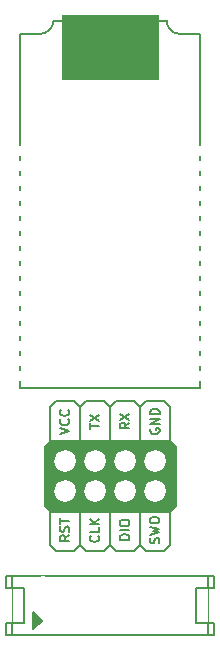
<source format=gto>
G04 #@! TF.GenerationSoftware,KiCad,Pcbnew,(5.1.9)-1*
G04 #@! TF.CreationDate,2023-01-31T22:09:02+01:00*
G04 #@! TF.ProjectId,Stlink,53746c69-6e6b-42e6-9b69-6361645f7063,rev?*
G04 #@! TF.SameCoordinates,PXd59f80PY14fb180*
G04 #@! TF.FileFunction,Legend,Top*
G04 #@! TF.FilePolarity,Positive*
%FSLAX46Y46*%
G04 Gerber Fmt 4.6, Leading zero omitted, Abs format (unit mm)*
G04 Created by KiCad (PCBNEW (5.1.9)-1) date 2023-01-31 22:09:02*
%MOMM*%
%LPD*%
G01*
G04 APERTURE LIST*
%ADD10C,0.050000*%
%ADD11C,0.200000*%
%ADD12C,0.100000*%
%ADD13C,0.500000*%
%ADD14C,0.025400*%
%ADD15C,0.150000*%
%ADD16C,0.260000*%
%ADD17C,0.160000*%
%ADD18C,2.100000*%
%ADD19C,2.000000*%
%ADD20C,2.500000*%
%ADD21R,2.200000X0.900000*%
%ADD22C,1.600000*%
G04 APERTURE END LIST*
D10*
G36*
X9654000Y-29530000D02*
G01*
X9908000Y-30292000D01*
X10670000Y-30546000D01*
X11432000Y-30292000D01*
X11686000Y-29530000D01*
X11940000Y-29530000D01*
X11940000Y-30800000D01*
X9400000Y-30800000D01*
X9400000Y-29530000D01*
X9654000Y-29530000D01*
G37*
X9654000Y-29530000D02*
X9908000Y-30292000D01*
X10670000Y-30546000D01*
X11432000Y-30292000D01*
X11686000Y-29530000D01*
X11940000Y-29530000D01*
X11940000Y-30800000D01*
X9400000Y-30800000D01*
X9400000Y-29530000D01*
X9654000Y-29530000D01*
G36*
X12194000Y-29530000D02*
G01*
X12448000Y-30292000D01*
X13210000Y-30546000D01*
X13972000Y-30292000D01*
X14226000Y-29530000D01*
X14480000Y-29530000D01*
X14480000Y-30546000D01*
X14226000Y-30800000D01*
X11940000Y-30800000D01*
X11940000Y-29530000D01*
X12194000Y-29530000D01*
G37*
X12194000Y-29530000D02*
X12448000Y-30292000D01*
X13210000Y-30546000D01*
X13972000Y-30292000D01*
X14226000Y-29530000D01*
X14480000Y-29530000D01*
X14480000Y-30546000D01*
X14226000Y-30800000D01*
X11940000Y-30800000D01*
X11940000Y-29530000D01*
X12194000Y-29530000D01*
G36*
X4574000Y-29530000D02*
G01*
X4828000Y-30292000D01*
X5590000Y-30546000D01*
X6352000Y-30292000D01*
X6606000Y-29530000D01*
X6860000Y-29530000D01*
X6860000Y-30800000D01*
X4574000Y-30800000D01*
X4320000Y-30546000D01*
X4320000Y-29530000D01*
X4574000Y-29530000D01*
G37*
X4574000Y-29530000D02*
X4828000Y-30292000D01*
X5590000Y-30546000D01*
X6352000Y-30292000D01*
X6606000Y-29530000D01*
X6860000Y-29530000D01*
X6860000Y-30800000D01*
X4574000Y-30800000D01*
X4320000Y-30546000D01*
X4320000Y-29530000D01*
X4574000Y-29530000D01*
G36*
X7114000Y-29530000D02*
G01*
X7368000Y-30292000D01*
X8130000Y-30546000D01*
X8892000Y-30292000D01*
X9146000Y-29530000D01*
X9400000Y-29530000D01*
X9400000Y-30800000D01*
X6860000Y-30800000D01*
X6860000Y-29530000D01*
X7114000Y-29530000D01*
G37*
X7114000Y-29530000D02*
X7368000Y-30292000D01*
X8130000Y-30546000D01*
X8892000Y-30292000D01*
X9146000Y-29530000D01*
X9400000Y-29530000D01*
X9400000Y-30800000D01*
X6860000Y-30800000D01*
X6860000Y-29530000D01*
X7114000Y-29530000D01*
G36*
X9146000Y-29530000D02*
G01*
X8892000Y-28768000D01*
X8130000Y-28514000D01*
X7368000Y-28768000D01*
X7114000Y-29530000D01*
X6860000Y-29530000D01*
X6860000Y-28514000D01*
X7114000Y-28260000D01*
X9146000Y-28260000D01*
X9400000Y-28514000D01*
X9400000Y-29530000D01*
X9146000Y-29530000D01*
G37*
X9146000Y-29530000D02*
X8892000Y-28768000D01*
X8130000Y-28514000D01*
X7368000Y-28768000D01*
X7114000Y-29530000D01*
X6860000Y-29530000D01*
X6860000Y-28514000D01*
X7114000Y-28260000D01*
X9146000Y-28260000D01*
X9400000Y-28514000D01*
X9400000Y-29530000D01*
X9146000Y-29530000D01*
G36*
X6606000Y-29530000D02*
G01*
X6352000Y-28768000D01*
X5590000Y-28514000D01*
X4828000Y-28768000D01*
X4574000Y-29530000D01*
X4320000Y-29530000D01*
X4320000Y-28514000D01*
X4574000Y-28260000D01*
X6606000Y-28260000D01*
X6860000Y-28514000D01*
X6860000Y-29530000D01*
X6606000Y-29530000D01*
G37*
X6606000Y-29530000D02*
X6352000Y-28768000D01*
X5590000Y-28514000D01*
X4828000Y-28768000D01*
X4574000Y-29530000D01*
X4320000Y-29530000D01*
X4320000Y-28514000D01*
X4574000Y-28260000D01*
X6606000Y-28260000D01*
X6860000Y-28514000D01*
X6860000Y-29530000D01*
X6606000Y-29530000D01*
G36*
X14226000Y-29530000D02*
G01*
X13972000Y-28768000D01*
X13210000Y-28514000D01*
X12448000Y-28768000D01*
X12194000Y-29530000D01*
X11940000Y-29530000D01*
X11940000Y-28514000D01*
X12194000Y-28260000D01*
X14226000Y-28260000D01*
X14480000Y-28514000D01*
X14480000Y-29530000D01*
X14226000Y-29530000D01*
G37*
X14226000Y-29530000D02*
X13972000Y-28768000D01*
X13210000Y-28514000D01*
X12448000Y-28768000D01*
X12194000Y-29530000D01*
X11940000Y-29530000D01*
X11940000Y-28514000D01*
X12194000Y-28260000D01*
X14226000Y-28260000D01*
X14480000Y-28514000D01*
X14480000Y-29530000D01*
X14226000Y-29530000D01*
G36*
X11686000Y-29530000D02*
G01*
X11432000Y-28768000D01*
X10670000Y-28514000D01*
X9908000Y-28768000D01*
X9654000Y-29530000D01*
X9400000Y-29530000D01*
X9400000Y-28514000D01*
X9654000Y-28260000D01*
X11686000Y-28260000D01*
X11940000Y-28514000D01*
X11940000Y-29530000D01*
X11686000Y-29530000D01*
G37*
X11686000Y-29530000D02*
X11432000Y-28768000D01*
X10670000Y-28514000D01*
X9908000Y-28768000D01*
X9654000Y-29530000D01*
X9400000Y-29530000D01*
X9400000Y-28514000D01*
X9654000Y-28260000D01*
X11686000Y-28260000D01*
X11940000Y-28514000D01*
X11940000Y-29530000D01*
X11686000Y-29530000D01*
G36*
X9146000Y-32070000D02*
G01*
X8892000Y-31308000D01*
X8130000Y-31054000D01*
X7368000Y-31308000D01*
X7114000Y-32070000D01*
X6860000Y-32070000D01*
X6860000Y-30800000D01*
X9400000Y-30800000D01*
X9400000Y-32070000D01*
X9146000Y-32070000D01*
G37*
X9146000Y-32070000D02*
X8892000Y-31308000D01*
X8130000Y-31054000D01*
X7368000Y-31308000D01*
X7114000Y-32070000D01*
X6860000Y-32070000D01*
X6860000Y-30800000D01*
X9400000Y-30800000D01*
X9400000Y-32070000D01*
X9146000Y-32070000D01*
G36*
X6606000Y-32070000D02*
G01*
X6352000Y-31308000D01*
X5590000Y-31054000D01*
X4828000Y-31308000D01*
X4574000Y-32070000D01*
X4320000Y-32070000D01*
X4320000Y-31054000D01*
X4574000Y-30800000D01*
X6860000Y-30800000D01*
X6860000Y-32070000D01*
X6606000Y-32070000D01*
G37*
X6606000Y-32070000D02*
X6352000Y-31308000D01*
X5590000Y-31054000D01*
X4828000Y-31308000D01*
X4574000Y-32070000D01*
X4320000Y-32070000D01*
X4320000Y-31054000D01*
X4574000Y-30800000D01*
X6860000Y-30800000D01*
X6860000Y-32070000D01*
X6606000Y-32070000D01*
G36*
X14226000Y-32070000D02*
G01*
X13972000Y-31308000D01*
X13210000Y-31054000D01*
X12448000Y-31308000D01*
X12194000Y-32070000D01*
X11940000Y-32070000D01*
X11940000Y-30800000D01*
X14226000Y-30800000D01*
X14480000Y-31054000D01*
X14480000Y-32070000D01*
X14226000Y-32070000D01*
G37*
X14226000Y-32070000D02*
X13972000Y-31308000D01*
X13210000Y-31054000D01*
X12448000Y-31308000D01*
X12194000Y-32070000D01*
X11940000Y-32070000D01*
X11940000Y-30800000D01*
X14226000Y-30800000D01*
X14480000Y-31054000D01*
X14480000Y-32070000D01*
X14226000Y-32070000D01*
G36*
X11686000Y-32070000D02*
G01*
X11432000Y-31308000D01*
X10670000Y-31054000D01*
X9908000Y-31308000D01*
X9654000Y-32070000D01*
X9400000Y-32070000D01*
X9400000Y-30800000D01*
X11940000Y-30800000D01*
X11940000Y-32070000D01*
X11686000Y-32070000D01*
G37*
X11686000Y-32070000D02*
X11432000Y-31308000D01*
X10670000Y-31054000D01*
X9908000Y-31308000D01*
X9654000Y-32070000D01*
X9400000Y-32070000D01*
X9400000Y-30800000D01*
X11940000Y-30800000D01*
X11940000Y-32070000D01*
X11686000Y-32070000D01*
G36*
X12194000Y-32070000D02*
G01*
X12448000Y-32832000D01*
X13210000Y-33086000D01*
X13972000Y-32832000D01*
X14226000Y-32070000D01*
X14480000Y-32070000D01*
X14480000Y-33086000D01*
X14226000Y-33340000D01*
X12194000Y-33340000D01*
X11940000Y-33086000D01*
X11940000Y-32070000D01*
X12194000Y-32070000D01*
G37*
X12194000Y-32070000D02*
X12448000Y-32832000D01*
X13210000Y-33086000D01*
X13972000Y-32832000D01*
X14226000Y-32070000D01*
X14480000Y-32070000D01*
X14480000Y-33086000D01*
X14226000Y-33340000D01*
X12194000Y-33340000D01*
X11940000Y-33086000D01*
X11940000Y-32070000D01*
X12194000Y-32070000D01*
G36*
X9654000Y-32070000D02*
G01*
X9908000Y-32832000D01*
X10670000Y-33086000D01*
X11432000Y-32832000D01*
X11686000Y-32070000D01*
X11940000Y-32070000D01*
X11940000Y-33086000D01*
X11686000Y-33340000D01*
X9654000Y-33340000D01*
X9400000Y-33086000D01*
X9400000Y-32070000D01*
X9654000Y-32070000D01*
G37*
X9654000Y-32070000D02*
X9908000Y-32832000D01*
X10670000Y-33086000D01*
X11432000Y-32832000D01*
X11686000Y-32070000D01*
X11940000Y-32070000D01*
X11940000Y-33086000D01*
X11686000Y-33340000D01*
X9654000Y-33340000D01*
X9400000Y-33086000D01*
X9400000Y-32070000D01*
X9654000Y-32070000D01*
G36*
X7114000Y-32070000D02*
G01*
X7368000Y-32832000D01*
X8130000Y-33086000D01*
X8892000Y-32832000D01*
X9146000Y-32070000D01*
X9400000Y-32070000D01*
X9400000Y-33086000D01*
X9146000Y-33340000D01*
X7114000Y-33340000D01*
X6860000Y-33086000D01*
X6860000Y-32070000D01*
X7114000Y-32070000D01*
G37*
X7114000Y-32070000D02*
X7368000Y-32832000D01*
X8130000Y-33086000D01*
X8892000Y-32832000D01*
X9146000Y-32070000D01*
X9400000Y-32070000D01*
X9400000Y-33086000D01*
X9146000Y-33340000D01*
X7114000Y-33340000D01*
X6860000Y-33086000D01*
X6860000Y-32070000D01*
X7114000Y-32070000D01*
G36*
X4574000Y-32070000D02*
G01*
X4828000Y-32832000D01*
X5590000Y-33086000D01*
X6352000Y-32832000D01*
X6606000Y-32070000D01*
X6860000Y-32070000D01*
X6860000Y-33086000D01*
X6606000Y-33340000D01*
X4574000Y-33340000D01*
X4320000Y-33086000D01*
X4320000Y-32070000D01*
X4574000Y-32070000D01*
G37*
X4574000Y-32070000D02*
X4828000Y-32832000D01*
X5590000Y-33086000D01*
X6352000Y-32832000D01*
X6606000Y-32070000D01*
X6860000Y-32070000D01*
X6860000Y-33086000D01*
X6606000Y-33340000D01*
X4574000Y-33340000D01*
X4320000Y-33086000D01*
X4320000Y-32070000D01*
X4574000Y-32070000D01*
D11*
X6606000Y-32070000D02*
G75*
G03*
X6606000Y-32070000I-1016000J0D01*
G01*
X6606000Y-29530000D02*
G75*
G03*
X6606000Y-29530000I-1016000J0D01*
G01*
X9146000Y-32070000D02*
G75*
G03*
X9146000Y-32070000I-1016000J0D01*
G01*
X9146000Y-29530000D02*
G75*
G03*
X9146000Y-29530000I-1016000J0D01*
G01*
X11686000Y-32070000D02*
G75*
G03*
X11686000Y-32070000I-1016000J0D01*
G01*
X11686000Y-29530000D02*
G75*
G03*
X11686000Y-29530000I-1016000J0D01*
G01*
X14226000Y-32070000D02*
G75*
G03*
X14226000Y-32070000I-1016000J0D01*
G01*
X14226000Y-29530000D02*
G75*
G03*
X14226000Y-29530000I-1016000J0D01*
G01*
D12*
G36*
X4574000Y-30800000D02*
G01*
X4574000Y-33086000D01*
X14226000Y-33086000D01*
X14226000Y-30800000D01*
X14988000Y-30800000D01*
X14988000Y-33340000D01*
X14480000Y-33848000D01*
X4320000Y-33848000D01*
X3812000Y-33340000D01*
X3812000Y-30800000D01*
X4574000Y-30800000D01*
G37*
X4574000Y-30800000D02*
X4574000Y-33086000D01*
X14226000Y-33086000D01*
X14226000Y-30800000D01*
X14988000Y-30800000D01*
X14988000Y-33340000D01*
X14480000Y-33848000D01*
X4320000Y-33848000D01*
X3812000Y-33340000D01*
X3812000Y-30800000D01*
X4574000Y-30800000D01*
G36*
X14226000Y-30800000D02*
G01*
X14226000Y-28514000D01*
X4574000Y-28514000D01*
X4574000Y-30800000D01*
X3812000Y-30800000D01*
X3812000Y-28260000D01*
X4320000Y-27752000D01*
X14480000Y-27752000D01*
X14988000Y-28260000D01*
X14988000Y-30800000D01*
X14226000Y-30800000D01*
G37*
X14226000Y-30800000D02*
X14226000Y-28514000D01*
X4574000Y-28514000D01*
X4574000Y-30800000D01*
X3812000Y-30800000D01*
X3812000Y-28260000D01*
X4320000Y-27752000D01*
X14480000Y-27752000D01*
X14988000Y-28260000D01*
X14988000Y-30800000D01*
X14226000Y-30800000D01*
D11*
X14490000Y-36645000D02*
X14490000Y-33216000D01*
X14490000Y-36645000D02*
X13982000Y-37153000D01*
X11950000Y-36645000D02*
X11950000Y-33216000D01*
X11950000Y-36645000D02*
X12458000Y-37153000D01*
G36*
X11950000Y-33216000D02*
G01*
X12204000Y-33470000D01*
X14236000Y-33470000D01*
X14490000Y-33216000D01*
X14490000Y-33724000D01*
X11950000Y-33724000D01*
X11950000Y-33216000D01*
G37*
X11950000Y-33216000D02*
X12204000Y-33470000D01*
X14236000Y-33470000D01*
X14490000Y-33216000D01*
X14490000Y-33724000D01*
X11950000Y-33724000D01*
X11950000Y-33216000D01*
X13982000Y-37153000D02*
X12458000Y-37153000D01*
X11950000Y-36645000D02*
X11950000Y-33216000D01*
X11950000Y-36645000D02*
X11442000Y-37153000D01*
X9410000Y-36645000D02*
X9410000Y-33216000D01*
X9410000Y-36645000D02*
X9918000Y-37153000D01*
G36*
X9410000Y-33216000D02*
G01*
X9664000Y-33470000D01*
X11696000Y-33470000D01*
X11950000Y-33216000D01*
X11950000Y-33724000D01*
X9410000Y-33724000D01*
X9410000Y-33216000D01*
G37*
X9410000Y-33216000D02*
X9664000Y-33470000D01*
X11696000Y-33470000D01*
X11950000Y-33216000D01*
X11950000Y-33724000D01*
X9410000Y-33724000D01*
X9410000Y-33216000D01*
X11442000Y-37153000D02*
X9918000Y-37153000D01*
X9400000Y-36645000D02*
X9400000Y-33216000D01*
X9400000Y-36645000D02*
X8892000Y-37153000D01*
X6860000Y-36645000D02*
X6860000Y-33216000D01*
X6860000Y-36645000D02*
X7368000Y-37153000D01*
G36*
X6860000Y-33216000D02*
G01*
X7114000Y-33470000D01*
X9146000Y-33470000D01*
X9400000Y-33216000D01*
X9400000Y-33724000D01*
X6860000Y-33724000D01*
X6860000Y-33216000D01*
G37*
X6860000Y-33216000D02*
X7114000Y-33470000D01*
X9146000Y-33470000D01*
X9400000Y-33216000D01*
X9400000Y-33724000D01*
X6860000Y-33724000D01*
X6860000Y-33216000D01*
X8892000Y-37153000D02*
X7368000Y-37153000D01*
X6870000Y-36645000D02*
X6870000Y-33216000D01*
X6870000Y-36645000D02*
X6362000Y-37153000D01*
X4330000Y-36645000D02*
X4330000Y-33216000D01*
X4330000Y-36645000D02*
X4838000Y-37153000D01*
G36*
X4330000Y-33216000D02*
G01*
X4584000Y-33470000D01*
X6616000Y-33470000D01*
X6870000Y-33216000D01*
X6870000Y-33724000D01*
X4330000Y-33724000D01*
X4330000Y-33216000D01*
G37*
X4330000Y-33216000D02*
X4584000Y-33470000D01*
X6616000Y-33470000D01*
X6870000Y-33216000D01*
X6870000Y-33724000D01*
X4330000Y-33724000D01*
X4330000Y-33216000D01*
X6362000Y-37153000D02*
X4838000Y-37153000D01*
X11970000Y-24955000D02*
X11970000Y-28384000D01*
X11970000Y-24955000D02*
X12478000Y-24447000D01*
X14510000Y-24955000D02*
X14510000Y-28384000D01*
X14510000Y-24955000D02*
X14002000Y-24447000D01*
G36*
X14510000Y-28384000D02*
G01*
X14256000Y-28130000D01*
X12224000Y-28130000D01*
X11970000Y-28384000D01*
X11970000Y-27876000D01*
X14510000Y-27876000D01*
X14510000Y-28384000D01*
G37*
X14510000Y-28384000D02*
X14256000Y-28130000D01*
X12224000Y-28130000D01*
X11970000Y-28384000D01*
X11970000Y-27876000D01*
X14510000Y-27876000D01*
X14510000Y-28384000D01*
X12478000Y-24447000D02*
X14002000Y-24447000D01*
X9420000Y-24945000D02*
X9420000Y-28374000D01*
X9420000Y-24945000D02*
X9928000Y-24437000D01*
X11960000Y-24945000D02*
X11960000Y-28374000D01*
X11960000Y-24945000D02*
X11452000Y-24437000D01*
G36*
X11960000Y-28374000D02*
G01*
X11706000Y-28120000D01*
X9674000Y-28120000D01*
X9420000Y-28374000D01*
X9420000Y-27866000D01*
X11960000Y-27866000D01*
X11960000Y-28374000D01*
G37*
X11960000Y-28374000D02*
X11706000Y-28120000D01*
X9674000Y-28120000D01*
X9420000Y-28374000D01*
X9420000Y-27866000D01*
X11960000Y-27866000D01*
X11960000Y-28374000D01*
X9928000Y-24437000D02*
X11452000Y-24437000D01*
X6860000Y-24945000D02*
X6860000Y-28374000D01*
X6860000Y-24945000D02*
X7368000Y-24437000D01*
X9400000Y-24945000D02*
X9400000Y-28374000D01*
X9400000Y-24945000D02*
X8892000Y-24437000D01*
G36*
X9400000Y-28374000D02*
G01*
X9146000Y-28120000D01*
X7114000Y-28120000D01*
X6860000Y-28374000D01*
X6860000Y-27866000D01*
X9400000Y-27866000D01*
X9400000Y-28374000D01*
G37*
X9400000Y-28374000D02*
X9146000Y-28120000D01*
X7114000Y-28120000D01*
X6860000Y-28374000D01*
X6860000Y-27866000D01*
X9400000Y-27866000D01*
X9400000Y-28374000D01*
X7368000Y-24437000D02*
X8892000Y-24437000D01*
X4330000Y-24945000D02*
X4330000Y-28374000D01*
X4330000Y-24945000D02*
X4838000Y-24437000D01*
X6870000Y-24945000D02*
X6870000Y-28374000D01*
X6870000Y-24945000D02*
X6362000Y-24437000D01*
G36*
X6870000Y-28374000D02*
G01*
X6616000Y-28120000D01*
X4584000Y-28120000D01*
X4330000Y-28374000D01*
X4330000Y-27866000D01*
X6870000Y-27866000D01*
X6870000Y-28374000D01*
G37*
X6870000Y-28374000D02*
X6616000Y-28120000D01*
X4584000Y-28120000D01*
X4330000Y-28374000D01*
X4330000Y-27866000D01*
X6870000Y-27866000D01*
X6870000Y-28374000D01*
X4838000Y-24437000D02*
X6362000Y-24437000D01*
X18170000Y-39300000D02*
X18170000Y-40300000D01*
X18170000Y-43300000D02*
X18170000Y-44300000D01*
X18170000Y-43300000D02*
X17670000Y-43300000D01*
X17670000Y-40300000D02*
X17670000Y-39300000D01*
X18170000Y-40300000D02*
X17670000Y-40300000D01*
D12*
X17670000Y-43300000D02*
X17670000Y-40300000D01*
D11*
X17670000Y-43300000D02*
X17670000Y-44300000D01*
X16670000Y-40300000D02*
X17670000Y-40300000D01*
X17670000Y-43300000D02*
X16670000Y-43300000D01*
X16670000Y-43300000D02*
X16670000Y-40300000D01*
X634000Y-44300000D02*
X634000Y-43300000D01*
X634000Y-43300000D02*
X1134000Y-43300000D01*
X634000Y-40300000D02*
X1134000Y-40300000D01*
X634000Y-39300000D02*
X634000Y-40300000D01*
X2134000Y-43300000D02*
X1134000Y-43300000D01*
X2134000Y-40300000D02*
X2134000Y-43300000D01*
X1134000Y-40300000D02*
X2134000Y-40300000D01*
X1134000Y-44300000D02*
X1134000Y-43300000D01*
X1134000Y-40300000D02*
X1134000Y-39300000D01*
D12*
X1134000Y-43300000D02*
X1134000Y-40300000D01*
D11*
X2880000Y-42300000D02*
X3630000Y-43050000D01*
X2880000Y-43800000D02*
X2880000Y-42300000D01*
X3630000Y-43050000D02*
X2880000Y-43800000D01*
D13*
X3130000Y-42800000D02*
X3130000Y-43300000D01*
X3380000Y-43050000D02*
X3130000Y-43050000D01*
D11*
X2880000Y-43800000D02*
X3130000Y-43300000D01*
X2880000Y-42300000D02*
X3130000Y-42800000D01*
X18170000Y-44300000D02*
X634000Y-44300000D01*
X634000Y-39300000D02*
X18170000Y-39300000D01*
X1780000Y-23341000D02*
X17020000Y-23341000D01*
X1780000Y-23341000D02*
X1780000Y6631000D01*
X1780000Y6631000D02*
X3507200Y6631000D01*
X15292800Y6631000D02*
X17020000Y6631000D01*
X4599400Y7723200D02*
X14200600Y7723200D01*
X17020000Y-23341000D02*
X17020000Y6631000D01*
D14*
G36*
X5299680Y2780870D02*
G01*
X5299680Y8180910D01*
X13499810Y8180910D01*
X13499810Y2780870D01*
X5299680Y2780870D01*
G37*
X5299680Y2780870D02*
X5299680Y8180910D01*
X13499810Y8180910D01*
X13499810Y2780870D01*
X5299680Y2780870D01*
D11*
X15292800Y6631000D02*
G75*
G02*
X14200600Y7723200I0J1092200D01*
G01*
X4599400Y7723200D02*
G75*
G02*
X3507200Y6631000I-1092200J0D01*
G01*
D15*
X4320000Y-30546000D02*
X4320000Y-28514000D01*
X9146000Y-30800000D02*
X9400000Y-30546000D01*
X9400000Y-30546000D02*
X9400000Y-28514000D01*
X11686000Y-28260000D02*
X9654000Y-28260000D01*
X11940000Y-30546000D02*
X12194000Y-30800000D01*
X14734000Y-30546000D02*
X14734000Y-28514000D01*
X4066000Y-28514000D02*
X4320000Y-28514000D01*
X9400000Y-30546000D02*
X9654000Y-30800000D01*
X6606000Y-28260000D02*
X6860000Y-28514000D01*
X4320000Y-30546000D02*
X4066000Y-30546000D01*
X6860000Y-30546000D02*
X7114000Y-30800000D01*
X4066000Y-30546000D02*
X4066000Y-28514000D01*
X6860000Y-28514000D02*
X6860000Y-30546000D01*
X14226000Y-28260000D02*
X12194000Y-28260000D01*
X4574000Y-28260000D02*
X6606000Y-28260000D01*
X9654000Y-28260000D02*
X9400000Y-28514000D01*
X9400000Y-28514000D02*
X9146000Y-28260000D01*
X14480000Y-30546000D02*
X14734000Y-30546000D01*
X9146000Y-28260000D02*
X7114000Y-28260000D01*
X11940000Y-28514000D02*
X11940000Y-30546000D01*
X4574000Y-30800000D02*
X4320000Y-30546000D01*
X7114000Y-28260000D02*
X6860000Y-28514000D01*
X11940000Y-28514000D02*
X11686000Y-28260000D01*
X14226000Y-30800000D02*
X14480000Y-30546000D01*
X6606000Y-30800000D02*
X6860000Y-30546000D01*
X14480000Y-28514000D02*
X14226000Y-28260000D01*
X4320000Y-28514000D02*
X4574000Y-28260000D01*
X11686000Y-30800000D02*
X11940000Y-30546000D01*
X12194000Y-28260000D02*
X11940000Y-28514000D01*
X14734000Y-28514000D02*
X14480000Y-28514000D01*
D16*
X4891500Y-32895500D02*
G75*
G03*
X4891500Y-32895500I-127000J0D01*
G01*
D15*
X14734000Y-31054000D02*
X14480000Y-31054000D01*
X14734000Y-33086000D02*
X14734000Y-31054000D01*
X14480000Y-33086000D02*
X14734000Y-33086000D01*
X4574000Y-33340000D02*
X4320000Y-33086000D01*
X6606000Y-33340000D02*
X6860000Y-33086000D01*
X4574000Y-33340000D02*
X6606000Y-33340000D01*
X4320000Y-33086000D02*
X4320000Y-31054000D01*
X4574000Y-30800000D02*
X6606000Y-30800000D01*
X4320000Y-31054000D02*
X4574000Y-30800000D01*
X6860000Y-31054000D02*
X6860000Y-33086000D01*
X6606000Y-30800000D02*
X6860000Y-31054000D01*
X7114000Y-30800000D02*
X6860000Y-31054000D01*
X9146000Y-30800000D02*
X7114000Y-30800000D01*
X7114000Y-33340000D02*
X9146000Y-33340000D01*
X6860000Y-33086000D02*
X7114000Y-33340000D01*
X4066000Y-31054000D02*
X4320000Y-31054000D01*
X4066000Y-33086000D02*
X4066000Y-31054000D01*
X4320000Y-33086000D02*
X4066000Y-33086000D01*
X9146000Y-33340000D02*
X9400000Y-33086000D01*
X9400000Y-31054000D02*
X9146000Y-30800000D01*
X9400000Y-33086000D02*
X9400000Y-31054000D01*
X11940000Y-31054000D02*
X11940000Y-33086000D01*
X9654000Y-30800000D02*
X9400000Y-31054000D01*
X11686000Y-30800000D02*
X9654000Y-30800000D01*
X11940000Y-31054000D02*
X11686000Y-30800000D01*
X11686000Y-33340000D02*
X11940000Y-33086000D01*
X9654000Y-33340000D02*
X11686000Y-33340000D01*
X9400000Y-33086000D02*
X9654000Y-33340000D01*
X12194000Y-30800000D02*
X11940000Y-31054000D01*
X14226000Y-30800000D02*
X12194000Y-30800000D01*
X14480000Y-31054000D02*
X14226000Y-30800000D01*
X14226000Y-33340000D02*
X14480000Y-33086000D01*
X12194000Y-33340000D02*
X14226000Y-33340000D01*
X11940000Y-33086000D02*
X12194000Y-33340000D01*
D17*
X13543809Y-36505161D02*
X13581904Y-36390876D01*
X13581904Y-36200400D01*
X13543809Y-36124209D01*
X13505714Y-36086114D01*
X13429523Y-36048019D01*
X13353333Y-36048019D01*
X13277142Y-36086114D01*
X13239047Y-36124209D01*
X13200952Y-36200400D01*
X13162857Y-36352780D01*
X13124761Y-36428971D01*
X13086666Y-36467066D01*
X13010476Y-36505161D01*
X12934285Y-36505161D01*
X12858095Y-36467066D01*
X12820000Y-36428971D01*
X12781904Y-36352780D01*
X12781904Y-36162304D01*
X12820000Y-36048019D01*
X12781904Y-35781352D02*
X13581904Y-35590876D01*
X13010476Y-35438495D01*
X13581904Y-35286114D01*
X12781904Y-35095638D01*
X12781904Y-34638495D02*
X12781904Y-34486114D01*
X12820000Y-34409923D01*
X12896190Y-34333733D01*
X13048571Y-34295638D01*
X13315238Y-34295638D01*
X13467619Y-34333733D01*
X13543809Y-34409923D01*
X13581904Y-34486114D01*
X13581904Y-34638495D01*
X13543809Y-34714685D01*
X13467619Y-34790876D01*
X13315238Y-34828971D01*
X13048571Y-34828971D01*
X12896190Y-34790876D01*
X12820000Y-34714685D01*
X12781904Y-34638495D01*
X11041904Y-36219447D02*
X10241904Y-36219447D01*
X10241904Y-36028971D01*
X10280000Y-35914685D01*
X10356190Y-35838495D01*
X10432380Y-35800400D01*
X10584761Y-35762304D01*
X10699047Y-35762304D01*
X10851428Y-35800400D01*
X10927619Y-35838495D01*
X11003809Y-35914685D01*
X11041904Y-36028971D01*
X11041904Y-36219447D01*
X11041904Y-35419447D02*
X10241904Y-35419447D01*
X10241904Y-34886114D02*
X10241904Y-34733733D01*
X10280000Y-34657542D01*
X10356190Y-34581352D01*
X10508571Y-34543257D01*
X10775238Y-34543257D01*
X10927619Y-34581352D01*
X11003809Y-34657542D01*
X11041904Y-34733733D01*
X11041904Y-34886114D01*
X11003809Y-34962304D01*
X10927619Y-35038495D01*
X10775238Y-35076590D01*
X10508571Y-35076590D01*
X10356190Y-35038495D01*
X10280000Y-34962304D01*
X10241904Y-34886114D01*
X8415714Y-35876590D02*
X8453809Y-35914685D01*
X8491904Y-36028971D01*
X8491904Y-36105161D01*
X8453809Y-36219447D01*
X8377619Y-36295638D01*
X8301428Y-36333733D01*
X8149047Y-36371828D01*
X8034761Y-36371828D01*
X7882380Y-36333733D01*
X7806190Y-36295638D01*
X7730000Y-36219447D01*
X7691904Y-36105161D01*
X7691904Y-36028971D01*
X7730000Y-35914685D01*
X7768095Y-35876590D01*
X8491904Y-35152780D02*
X8491904Y-35533733D01*
X7691904Y-35533733D01*
X8491904Y-34886114D02*
X7691904Y-34886114D01*
X8491904Y-34428971D02*
X8034761Y-34771828D01*
X7691904Y-34428971D02*
X8149047Y-34886114D01*
X5961904Y-35838495D02*
X5580952Y-36105161D01*
X5961904Y-36295638D02*
X5161904Y-36295638D01*
X5161904Y-35990876D01*
X5200000Y-35914685D01*
X5238095Y-35876590D01*
X5314285Y-35838495D01*
X5428571Y-35838495D01*
X5504761Y-35876590D01*
X5542857Y-35914685D01*
X5580952Y-35990876D01*
X5580952Y-36295638D01*
X5923809Y-35533733D02*
X5961904Y-35419447D01*
X5961904Y-35228971D01*
X5923809Y-35152780D01*
X5885714Y-35114685D01*
X5809523Y-35076590D01*
X5733333Y-35076590D01*
X5657142Y-35114685D01*
X5619047Y-35152780D01*
X5580952Y-35228971D01*
X5542857Y-35381352D01*
X5504761Y-35457542D01*
X5466666Y-35495638D01*
X5390476Y-35533733D01*
X5314285Y-35533733D01*
X5238095Y-35495638D01*
X5200000Y-35457542D01*
X5161904Y-35381352D01*
X5161904Y-35190876D01*
X5200000Y-35076590D01*
X5161904Y-34848019D02*
X5161904Y-34390876D01*
X5961904Y-34619447D02*
X5161904Y-34619447D01*
X12840000Y-26809123D02*
X12801904Y-26885314D01*
X12801904Y-26999600D01*
X12840000Y-27113885D01*
X12916190Y-27190076D01*
X12992380Y-27228171D01*
X13144761Y-27266266D01*
X13259047Y-27266266D01*
X13411428Y-27228171D01*
X13487619Y-27190076D01*
X13563809Y-27113885D01*
X13601904Y-26999600D01*
X13601904Y-26923409D01*
X13563809Y-26809123D01*
X13525714Y-26771028D01*
X13259047Y-26771028D01*
X13259047Y-26923409D01*
X13601904Y-26428171D02*
X12801904Y-26428171D01*
X13601904Y-25971028D01*
X12801904Y-25971028D01*
X13601904Y-25590076D02*
X12801904Y-25590076D01*
X12801904Y-25399600D01*
X12840000Y-25285314D01*
X12916190Y-25209123D01*
X12992380Y-25171028D01*
X13144761Y-25132933D01*
X13259047Y-25132933D01*
X13411428Y-25171028D01*
X13487619Y-25209123D01*
X13563809Y-25285314D01*
X13601904Y-25399600D01*
X13601904Y-25590076D01*
X11051904Y-26322933D02*
X10670952Y-26589600D01*
X11051904Y-26780076D02*
X10251904Y-26780076D01*
X10251904Y-26475314D01*
X10290000Y-26399123D01*
X10328095Y-26361028D01*
X10404285Y-26322933D01*
X10518571Y-26322933D01*
X10594761Y-26361028D01*
X10632857Y-26399123D01*
X10670952Y-26475314D01*
X10670952Y-26780076D01*
X10251904Y-26056266D02*
X11051904Y-25522933D01*
X10251904Y-25522933D02*
X11051904Y-26056266D01*
X7691904Y-26799123D02*
X7691904Y-26341980D01*
X8491904Y-26570552D02*
X7691904Y-26570552D01*
X7691904Y-26151504D02*
X8491904Y-25618171D01*
X7691904Y-25618171D02*
X8491904Y-26151504D01*
X5161904Y-27256266D02*
X5961904Y-26989600D01*
X5161904Y-26722933D01*
X5885714Y-25999123D02*
X5923809Y-26037219D01*
X5961904Y-26151504D01*
X5961904Y-26227695D01*
X5923809Y-26341980D01*
X5847619Y-26418171D01*
X5771428Y-26456266D01*
X5619047Y-26494361D01*
X5504761Y-26494361D01*
X5352380Y-26456266D01*
X5276190Y-26418171D01*
X5200000Y-26341980D01*
X5161904Y-26227695D01*
X5161904Y-26151504D01*
X5200000Y-26037219D01*
X5238095Y-25999123D01*
X5885714Y-25199123D02*
X5923809Y-25237219D01*
X5961904Y-25351504D01*
X5961904Y-25427695D01*
X5923809Y-25541980D01*
X5847619Y-25618171D01*
X5771428Y-25656266D01*
X5619047Y-25694361D01*
X5504761Y-25694361D01*
X5352380Y-25656266D01*
X5276190Y-25618171D01*
X5200000Y-25541980D01*
X5161904Y-25427695D01*
X5161904Y-25351504D01*
X5200000Y-25237219D01*
X5238095Y-25199123D01*
%LPC*%
D18*
X15080000Y-43070000D03*
D19*
X13845000Y-40530000D03*
X12575000Y-43070000D03*
D20*
X3720000Y-40530000D03*
D19*
X8765000Y-40530000D03*
X7495000Y-43070000D03*
X4955000Y-43070000D03*
X6225000Y-40530000D03*
X10035000Y-43070000D03*
X11305000Y-40530000D03*
D21*
X1698970Y-3275000D03*
X1698970Y-14705000D03*
X1698970Y-15975000D03*
X1698970Y-17245000D03*
X1698970Y-18515000D03*
X1698970Y-19785000D03*
X1698970Y-21055000D03*
X1698970Y-22325000D03*
X17101030Y-22325000D03*
X17101030Y-21055000D03*
X17101030Y-19785000D03*
X1698970Y-4545000D03*
X17101030Y-18515000D03*
X17101030Y-17245000D03*
X17101030Y-15975000D03*
X17101030Y-14705000D03*
X17101030Y-13435000D03*
X17101030Y-12165000D03*
X17101030Y-10895000D03*
X17101030Y-9625000D03*
X17101030Y-8355000D03*
X17101030Y-7085000D03*
X1698970Y-5815000D03*
X17101030Y-5815000D03*
X17101030Y-4545000D03*
X17101030Y-3275000D03*
X1698970Y-7085000D03*
X1698970Y-8355000D03*
X1698970Y-9625000D03*
X1698970Y-10895000D03*
X1698970Y-12165000D03*
X1698970Y-13435000D03*
D22*
X13210000Y-29530000D03*
X8130000Y-29530000D03*
X5590000Y-29530000D03*
X10670000Y-29530000D03*
X5590000Y-32070000D03*
X8130000Y-32070000D03*
X10670000Y-32070000D03*
X13210000Y-32070000D03*
M02*

</source>
